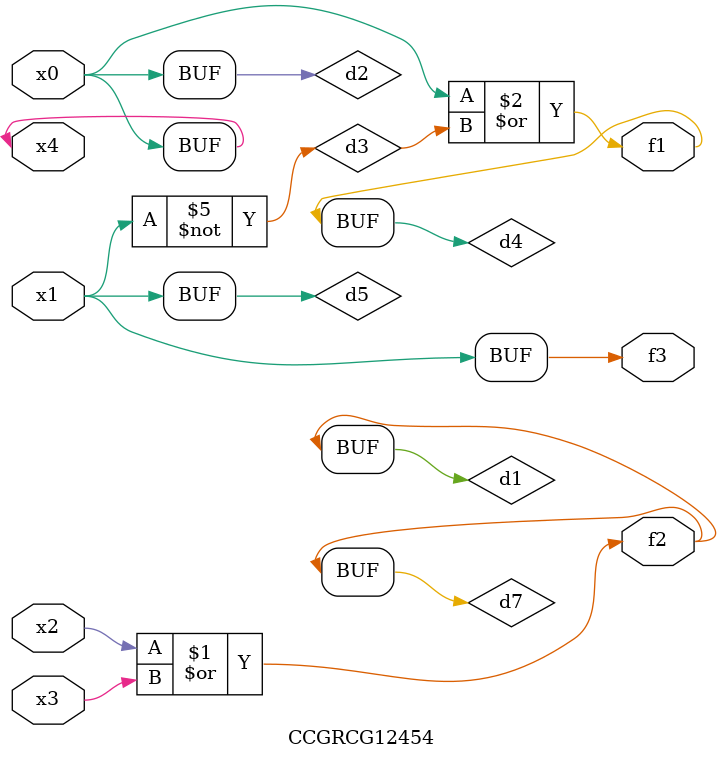
<source format=v>
module CCGRCG12454(
	input x0, x1, x2, x3, x4,
	output f1, f2, f3
);

	wire d1, d2, d3, d4, d5, d6, d7;

	or (d1, x2, x3);
	buf (d2, x0, x4);
	not (d3, x1);
	or (d4, d2, d3);
	not (d5, d3);
	nand (d6, d1, d3);
	or (d7, d1);
	assign f1 = d4;
	assign f2 = d7;
	assign f3 = d5;
endmodule

</source>
